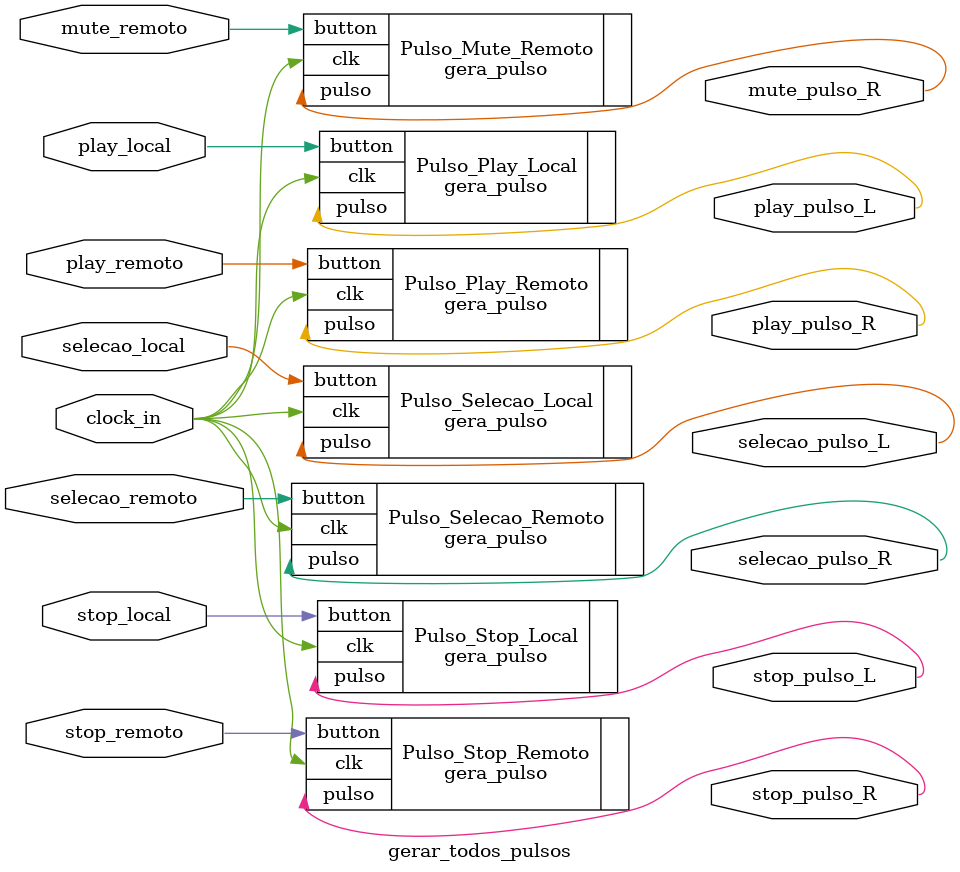
<source format=v>
module gerar_todos_pulsos
(
	input clock_in,
	
	input play_local, selecao_local, stop_local,
	input mute_remoto, play_remoto, selecao_remoto, stop_remoto,
	
	output play_pulso_L, selecao_pulso_L, stop_pulso_L,
	output mute_pulso_R, play_pulso_R, selecao_pulso_R, stop_pulso_R
);

//---------------Pulsos Locais---------------//

	gera_pulso Pulso_Play_Local(
		.clk(clock_in),
		.button(play_local),
		.pulso(play_pulso_L)
	);
	
	gera_pulso Pulso_Selecao_Local(
		.clk(clock_in),
		.button(selecao_local),
		.pulso(selecao_pulso_L)
	);
	
	gera_pulso Pulso_Stop_Local(
		.clk(clock_in),
		.button(stop_local),
		.pulso(stop_pulso_L)
	);
	
//--------------Pulsos Remotos---------------//
	
	gera_pulso Pulso_Mute_Remoto(
		.clk(clock_in),
		.button(mute_remoto),
		.pulso(mute_pulso_R)
	);
	
	gera_pulso Pulso_Play_Remoto(
		.clk(clock_in),
		.button(play_remoto),
		.pulso(play_pulso_R)
	);
	
	gera_pulso Pulso_Selecao_Remoto(
		.clk(clock_in),
		.button(selecao_remoto),
		.pulso(selecao_pulso_R)
	);
	
	gera_pulso Pulso_Stop_Remoto(
		.clk(clock_in),
		.button(stop_remoto),
		.pulso(stop_pulso_R)
	);

endmodule
		
</source>
